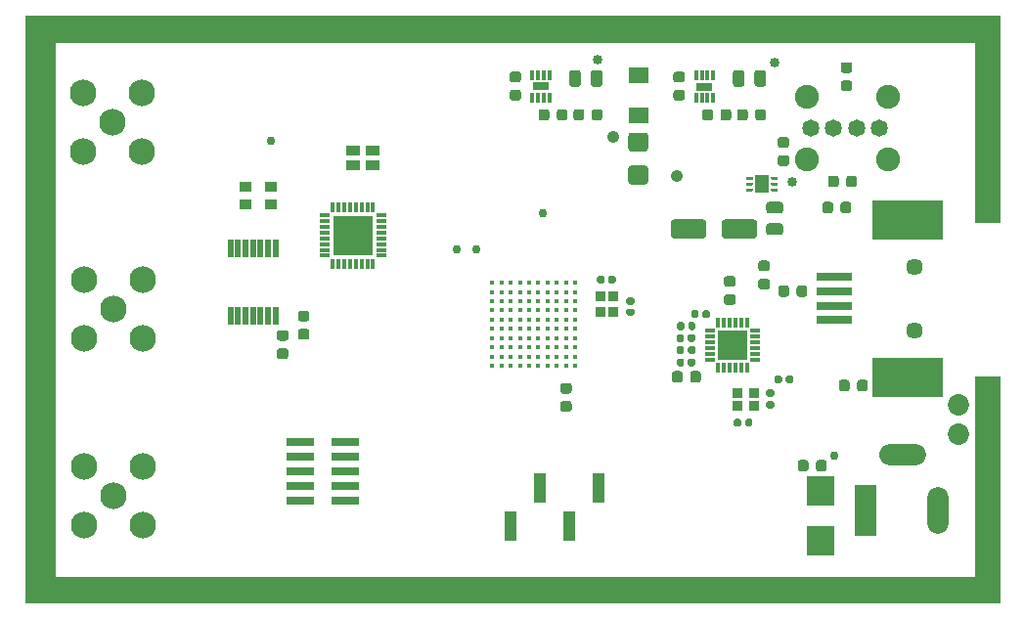
<source format=gbr>
G04 #@! TF.GenerationSoftware,KiCad,Pcbnew,(5.1.6)-1*
G04 #@! TF.CreationDate,2020-07-25T18:11:15+02:00*
G04 #@! TF.ProjectId,PrecisionTimer_RevF,50726563-6973-4696-9f6e-54696d65725f,rev?*
G04 #@! TF.SameCoordinates,Original*
G04 #@! TF.FileFunction,Soldermask,Top*
G04 #@! TF.FilePolarity,Negative*
%FSLAX46Y46*%
G04 Gerber Fmt 4.6, Leading zero omitted, Abs format (unit mm)*
G04 Created by KiCad (PCBNEW (5.1.6)-1) date 2020-07-25 18:11:15*
%MOMM*%
%LPD*%
G01*
G04 APERTURE LIST*
%ADD10C,0.100000*%
%ADD11C,0.750800*%
%ADD12C,1.050800*%
%ADD13R,2.450800X0.790800*%
%ADD14C,0.850800*%
%ADD15C,0.400800*%
%ADD16R,2.350800X2.550800*%
%ADD17R,1.750800X1.350800*%
%ADD18R,1.350800X0.750800*%
%ADD19R,0.350800X0.850800*%
%ADD20R,1.250800X1.650800*%
%ADD21R,2.650800X2.650800*%
%ADD22R,0.350800X0.900800*%
%ADD23R,0.900800X0.350800*%
%ADD24R,1.850800X4.450800*%
%ADD25O,1.850800X4.050800*%
%ADD26O,4.050800X1.850800*%
%ADD27R,0.950800X0.850800*%
%ADD28C,1.850800*%
%ADD29R,6.090800X3.450800*%
%ADD30C,1.450800*%
%ADD31R,3.050800X0.750800*%
%ADD32C,2.075800*%
%ADD33C,1.481800*%
%ADD34R,1.050800X0.950800*%
%ADD35R,1.150800X0.950800*%
%ADD36R,0.850800X0.950800*%
%ADD37R,1.050800X2.560800*%
%ADD38R,3.350800X3.350800*%
%ADD39C,2.300800*%
%ADD40R,0.500800X1.525800*%
G04 APERTURE END LIST*
D10*
G36*
X173278800Y-69875400D02*
G01*
X171119800Y-69875400D01*
X171119800Y-54254400D01*
X91440000Y-54254400D01*
X91440000Y-102819200D01*
X88900000Y-102819200D01*
X88900000Y-52019200D01*
X173278800Y-51968400D01*
X173278800Y-69875400D01*
G37*
X173278800Y-69875400D02*
X171119800Y-69875400D01*
X171119800Y-54254400D01*
X91440000Y-54254400D01*
X91440000Y-102819200D01*
X88900000Y-102819200D01*
X88900000Y-52019200D01*
X173278800Y-51968400D01*
X173278800Y-69875400D01*
G36*
X173278800Y-102819200D02*
G01*
X91173300Y-102819200D01*
X91173300Y-100596700D01*
X171119800Y-100584000D01*
X171119800Y-83210400D01*
X173278800Y-83210400D01*
X173278800Y-102819200D01*
G37*
X173278800Y-102819200D02*
X91173300Y-102819200D01*
X91173300Y-100596700D01*
X171119800Y-100584000D01*
X171119800Y-83210400D01*
X173278800Y-83210400D01*
X173278800Y-102819200D01*
D11*
X110223300Y-62839600D03*
D12*
X139801600Y-62509400D03*
G36*
G01*
X136006550Y-84714600D02*
X135468650Y-84714600D01*
G75*
G02*
X135237200Y-84483150I0J231450D01*
G01*
X135237200Y-84020250D01*
G75*
G02*
X135468650Y-83788800I231450J0D01*
G01*
X136006550Y-83788800D01*
G75*
G02*
X136238000Y-84020250I0J-231450D01*
G01*
X136238000Y-84483150D01*
G75*
G02*
X136006550Y-84714600I-231450J0D01*
G01*
G37*
G36*
G01*
X136006550Y-86289600D02*
X135468650Y-86289600D01*
G75*
G02*
X135237200Y-86058150I0J231450D01*
G01*
X135237200Y-85595250D01*
G75*
G02*
X135468650Y-85363800I231450J0D01*
G01*
X136006550Y-85363800D01*
G75*
G02*
X136238000Y-85595250I0J-231450D01*
G01*
X136238000Y-86058150D01*
G75*
G02*
X136006550Y-86289600I-231450J0D01*
G01*
G37*
D13*
X116643700Y-93980000D03*
X112743700Y-93980000D03*
X116643700Y-92710000D03*
X112743700Y-92710000D03*
X116643700Y-91440000D03*
X112743700Y-91440000D03*
X116643700Y-90170000D03*
X112743700Y-90170000D03*
X116643700Y-88900000D03*
X112743700Y-88900000D03*
D14*
X155346400Y-66344800D03*
X153822400Y-56032400D03*
X138430000Y-55778400D03*
D11*
X133731000Y-69088000D03*
X127939800Y-72212200D03*
X126263400Y-72263000D03*
X158927800Y-90068400D03*
D15*
X136543600Y-75114600D03*
X135743600Y-75114600D03*
X134943600Y-75114600D03*
X134143600Y-75114600D03*
X133343600Y-75114600D03*
X132543600Y-75114600D03*
X131743600Y-75114600D03*
X130943600Y-75114600D03*
X130143600Y-75114600D03*
X129343600Y-75114600D03*
X136543600Y-75914600D03*
X135743600Y-75914600D03*
X134943600Y-75914600D03*
X134143600Y-75914600D03*
X133343600Y-75914600D03*
X132543600Y-75914600D03*
X131743600Y-75914600D03*
X130943600Y-75914600D03*
X130143600Y-75914600D03*
X129343600Y-75914600D03*
X136543600Y-76714600D03*
X135743600Y-76714600D03*
X134943600Y-76714600D03*
X134143600Y-76714600D03*
X133343600Y-76714600D03*
X132543600Y-76714600D03*
X131743600Y-76714600D03*
X130943600Y-76714600D03*
X130143600Y-76714600D03*
X129343600Y-76714600D03*
X136543600Y-77514600D03*
X135743600Y-77514600D03*
X134943600Y-77514600D03*
X134143600Y-77514600D03*
X133343600Y-77514600D03*
X132543600Y-77514600D03*
X131743600Y-77514600D03*
X130943600Y-77514600D03*
X130143600Y-77514600D03*
X129343600Y-77514600D03*
X136543600Y-78314600D03*
X135743600Y-78314600D03*
X134943600Y-78314600D03*
X134143600Y-78314600D03*
X133343600Y-78314600D03*
X132543600Y-78314600D03*
X131743600Y-78314600D03*
X130943600Y-78314600D03*
X130143600Y-78314600D03*
X129343600Y-78314600D03*
X136543600Y-79114600D03*
X135743600Y-79114600D03*
X134943600Y-79114600D03*
X134143600Y-79114600D03*
X133343600Y-79114600D03*
X132543600Y-79114600D03*
X131743600Y-79114600D03*
X130943600Y-79114600D03*
X130143600Y-79114600D03*
X129343600Y-79114600D03*
X136543600Y-79914600D03*
X135743600Y-79914600D03*
X134943600Y-79914600D03*
X134143600Y-79914600D03*
X133343600Y-79914600D03*
X132543600Y-79914600D03*
X131743600Y-79914600D03*
X130943600Y-79914600D03*
X130143600Y-79914600D03*
X129343600Y-79914600D03*
X136543600Y-80714600D03*
X135743600Y-80714600D03*
X134943600Y-80714600D03*
X134143600Y-80714600D03*
X133343600Y-80714600D03*
X132543600Y-80714600D03*
X131743600Y-80714600D03*
X130943600Y-80714600D03*
X130143600Y-80714600D03*
X129343600Y-80714600D03*
X136543600Y-81514600D03*
X135743600Y-81514600D03*
X134943600Y-81514600D03*
X134143600Y-81514600D03*
X133343600Y-81514600D03*
X132543600Y-81514600D03*
X131743600Y-81514600D03*
X130943600Y-81514600D03*
X130143600Y-81514600D03*
X129343600Y-81514600D03*
X136543600Y-82314600D03*
X135743600Y-82314600D03*
X134943600Y-82314600D03*
X134143600Y-82314600D03*
X133343600Y-82314600D03*
X132543600Y-82314600D03*
X131743600Y-82314600D03*
X130943600Y-82314600D03*
X130143600Y-82314600D03*
X129343600Y-82314600D03*
D16*
X157746700Y-97476200D03*
X157746700Y-93176200D03*
G36*
G01*
X157372800Y-91226350D02*
X157372800Y-90688450D01*
G75*
G02*
X157604250Y-90457000I231450J0D01*
G01*
X158067150Y-90457000D01*
G75*
G02*
X158298600Y-90688450I0J-231450D01*
G01*
X158298600Y-91226350D01*
G75*
G02*
X158067150Y-91457800I-231450J0D01*
G01*
X157604250Y-91457800D01*
G75*
G02*
X157372800Y-91226350I0J231450D01*
G01*
G37*
G36*
G01*
X155797800Y-91226350D02*
X155797800Y-90688450D01*
G75*
G02*
X156029250Y-90457000I231450J0D01*
G01*
X156492150Y-90457000D01*
G75*
G02*
X156723600Y-90688450I0J-231450D01*
G01*
X156723600Y-91226350D01*
G75*
G02*
X156492150Y-91457800I-231450J0D01*
G01*
X156029250Y-91457800D01*
G75*
G02*
X155797800Y-91226350I0J231450D01*
G01*
G37*
G36*
G01*
X110932250Y-80791800D02*
X111470150Y-80791800D01*
G75*
G02*
X111701600Y-81023250I0J-231450D01*
G01*
X111701600Y-81486150D01*
G75*
G02*
X111470150Y-81717600I-231450J0D01*
G01*
X110932250Y-81717600D01*
G75*
G02*
X110700800Y-81486150I0J231450D01*
G01*
X110700800Y-81023250D01*
G75*
G02*
X110932250Y-80791800I231450J0D01*
G01*
G37*
G36*
G01*
X110932250Y-79216800D02*
X111470150Y-79216800D01*
G75*
G02*
X111701600Y-79448250I0J-231450D01*
G01*
X111701600Y-79911150D01*
G75*
G02*
X111470150Y-80142600I-231450J0D01*
G01*
X110932250Y-80142600D01*
G75*
G02*
X110700800Y-79911150I0J231450D01*
G01*
X110700800Y-79448250D01*
G75*
G02*
X110932250Y-79216800I231450J0D01*
G01*
G37*
D17*
X141986000Y-57142500D03*
X141986000Y-60642500D03*
D18*
X147739100Y-58140600D03*
D19*
X148489100Y-59140600D03*
X147989100Y-59140600D03*
X147489100Y-59140600D03*
X146989100Y-59140600D03*
X146989100Y-57140600D03*
X147489100Y-57140600D03*
X147989100Y-57140600D03*
X148489100Y-57140600D03*
D20*
X152704800Y-66573400D03*
G36*
G01*
X153479400Y-66136100D02*
X153479400Y-66010700D01*
G75*
G02*
X153542100Y-65948000I62700J0D01*
G01*
X154017500Y-65948000D01*
G75*
G02*
X154080200Y-66010700I0J-62700D01*
G01*
X154080200Y-66136100D01*
G75*
G02*
X154017500Y-66198800I-62700J0D01*
G01*
X153542100Y-66198800D01*
G75*
G02*
X153479400Y-66136100I0J62700D01*
G01*
G37*
G36*
G01*
X153479400Y-66636100D02*
X153479400Y-66510700D01*
G75*
G02*
X153542100Y-66448000I62700J0D01*
G01*
X154017500Y-66448000D01*
G75*
G02*
X154080200Y-66510700I0J-62700D01*
G01*
X154080200Y-66636100D01*
G75*
G02*
X154017500Y-66698800I-62700J0D01*
G01*
X153542100Y-66698800D01*
G75*
G02*
X153479400Y-66636100I0J62700D01*
G01*
G37*
G36*
G01*
X153479400Y-67136100D02*
X153479400Y-67010700D01*
G75*
G02*
X153542100Y-66948000I62700J0D01*
G01*
X154017500Y-66948000D01*
G75*
G02*
X154080200Y-67010700I0J-62700D01*
G01*
X154080200Y-67136100D01*
G75*
G02*
X154017500Y-67198800I-62700J0D01*
G01*
X153542100Y-67198800D01*
G75*
G02*
X153479400Y-67136100I0J62700D01*
G01*
G37*
G36*
G01*
X151329400Y-67136100D02*
X151329400Y-67010700D01*
G75*
G02*
X151392100Y-66948000I62700J0D01*
G01*
X151867500Y-66948000D01*
G75*
G02*
X151930200Y-67010700I0J-62700D01*
G01*
X151930200Y-67136100D01*
G75*
G02*
X151867500Y-67198800I-62700J0D01*
G01*
X151392100Y-67198800D01*
G75*
G02*
X151329400Y-67136100I0J62700D01*
G01*
G37*
G36*
G01*
X151329400Y-66636100D02*
X151329400Y-66510700D01*
G75*
G02*
X151392100Y-66448000I62700J0D01*
G01*
X151867500Y-66448000D01*
G75*
G02*
X151930200Y-66510700I0J-62700D01*
G01*
X151930200Y-66636100D01*
G75*
G02*
X151867500Y-66698800I-62700J0D01*
G01*
X151392100Y-66698800D01*
G75*
G02*
X151329400Y-66636100I0J62700D01*
G01*
G37*
G36*
G01*
X151329400Y-66136100D02*
X151329400Y-66010700D01*
G75*
G02*
X151392100Y-65948000I62700J0D01*
G01*
X151867500Y-65948000D01*
G75*
G02*
X151930200Y-66010700I0J-62700D01*
G01*
X151930200Y-66136100D01*
G75*
G02*
X151867500Y-66198800I-62700J0D01*
G01*
X151392100Y-66198800D01*
G75*
G02*
X151329400Y-66136100I0J62700D01*
G01*
G37*
G36*
G01*
X151198400Y-56960450D02*
X151198400Y-57898350D01*
G75*
G02*
X150941950Y-58154800I-256450J0D01*
G01*
X150429050Y-58154800D01*
G75*
G02*
X150172600Y-57898350I0J256450D01*
G01*
X150172600Y-56960450D01*
G75*
G02*
X150429050Y-56704000I256450J0D01*
G01*
X150941950Y-56704000D01*
G75*
G02*
X151198400Y-56960450I0J-256450D01*
G01*
G37*
G36*
G01*
X153073400Y-56960450D02*
X153073400Y-57898350D01*
G75*
G02*
X152816950Y-58154800I-256450J0D01*
G01*
X152304050Y-58154800D01*
G75*
G02*
X152047600Y-57898350I0J256450D01*
G01*
X152047600Y-56960450D01*
G75*
G02*
X152304050Y-56704000I256450J0D01*
G01*
X152816950Y-56704000D01*
G75*
G02*
X153073400Y-56960450I0J-256450D01*
G01*
G37*
G36*
G01*
X147864600Y-69892137D02*
X147864600Y-71027063D01*
G75*
G02*
X147606663Y-71285000I-257937J0D01*
G01*
X145071737Y-71285000D01*
G75*
G02*
X144813800Y-71027063I0J257937D01*
G01*
X144813800Y-69892137D01*
G75*
G02*
X145071737Y-69634200I257937J0D01*
G01*
X147606663Y-69634200D01*
G75*
G02*
X147864600Y-69892137I0J-257937D01*
G01*
G37*
G36*
G01*
X152264600Y-69892137D02*
X152264600Y-71027063D01*
G75*
G02*
X152006663Y-71285000I-257937J0D01*
G01*
X149471737Y-71285000D01*
G75*
G02*
X149213800Y-71027063I0J257937D01*
G01*
X149213800Y-69892137D01*
G75*
G02*
X149471737Y-69634200I257937J0D01*
G01*
X152006663Y-69634200D01*
G75*
G02*
X152264600Y-69892137I0J-257937D01*
G01*
G37*
G36*
G01*
X149105200Y-60847950D02*
X149105200Y-60310050D01*
G75*
G02*
X149336650Y-60078600I231450J0D01*
G01*
X149799550Y-60078600D01*
G75*
G02*
X150031000Y-60310050I0J-231450D01*
G01*
X150031000Y-60847950D01*
G75*
G02*
X149799550Y-61079400I-231450J0D01*
G01*
X149336650Y-61079400D01*
G75*
G02*
X149105200Y-60847950I0J231450D01*
G01*
G37*
G36*
G01*
X147530200Y-60847950D02*
X147530200Y-60310050D01*
G75*
G02*
X147761650Y-60078600I231450J0D01*
G01*
X148224550Y-60078600D01*
G75*
G02*
X148456000Y-60310050I0J-231450D01*
G01*
X148456000Y-60847950D01*
G75*
G02*
X148224550Y-61079400I-231450J0D01*
G01*
X147761650Y-61079400D01*
G75*
G02*
X147530200Y-60847950I0J231450D01*
G01*
G37*
G36*
G01*
X146476200Y-83530150D02*
X146476200Y-82992250D01*
G75*
G02*
X146707650Y-82760800I231450J0D01*
G01*
X147170550Y-82760800D01*
G75*
G02*
X147402000Y-82992250I0J-231450D01*
G01*
X147402000Y-83530150D01*
G75*
G02*
X147170550Y-83761600I-231450J0D01*
G01*
X146707650Y-83761600D01*
G75*
G02*
X146476200Y-83530150I0J231450D01*
G01*
G37*
G36*
G01*
X144901200Y-83530150D02*
X144901200Y-82992250D01*
G75*
G02*
X145132650Y-82760800I231450J0D01*
G01*
X145595550Y-82760800D01*
G75*
G02*
X145827000Y-82992250I0J-231450D01*
G01*
X145827000Y-83530150D01*
G75*
G02*
X145595550Y-83761600I-231450J0D01*
G01*
X145132650Y-83761600D01*
G75*
G02*
X144901200Y-83530150I0J231450D01*
G01*
G37*
G36*
G01*
X142578463Y-63764000D02*
X141393537Y-63764000D01*
G75*
G02*
X141135600Y-63506063I0J257937D01*
G01*
X141135600Y-62371137D01*
G75*
G02*
X141393537Y-62113200I257937J0D01*
G01*
X142578463Y-62113200D01*
G75*
G02*
X142836400Y-62371137I0J-257937D01*
G01*
X142836400Y-63506063D01*
G75*
G02*
X142578463Y-63764000I-257937J0D01*
G01*
G37*
G36*
G01*
X142578463Y-66614000D02*
X141393537Y-66614000D01*
G75*
G02*
X141135600Y-66356063I0J257937D01*
G01*
X141135600Y-65221137D01*
G75*
G02*
X141393537Y-64963200I257937J0D01*
G01*
X142578463Y-64963200D01*
G75*
G02*
X142836400Y-65221137I0J-257937D01*
G01*
X142836400Y-66356063D01*
G75*
G02*
X142578463Y-66614000I-257937J0D01*
G01*
G37*
D21*
X150139400Y-80518000D03*
D22*
X151389400Y-82468000D03*
X150889400Y-82468000D03*
X150389400Y-82468000D03*
X149889400Y-82468000D03*
X149389400Y-82468000D03*
X148889400Y-82468000D03*
D23*
X148189400Y-81768000D03*
X148189400Y-81268000D03*
X148189400Y-80768000D03*
X148189400Y-80268000D03*
X148189400Y-79768000D03*
X148189400Y-79268000D03*
D22*
X148889400Y-78568000D03*
X149389400Y-78568000D03*
X149889400Y-78568000D03*
X150389400Y-78568000D03*
X150889400Y-78568000D03*
X151389400Y-78568000D03*
D23*
X152089400Y-79268000D03*
X152089400Y-79768000D03*
X152089400Y-80268000D03*
X152089400Y-80768000D03*
X152089400Y-81268000D03*
X152089400Y-81768000D03*
D12*
X145338800Y-65862200D03*
D24*
X161696400Y-94818200D03*
D25*
X167894000Y-94818200D03*
D26*
X164896800Y-90018200D03*
D27*
X150607800Y-84692400D03*
X152007800Y-84692400D03*
X152007800Y-85792400D03*
X150607800Y-85792400D03*
D28*
X169672000Y-85725000D03*
X169672000Y-88265000D03*
D29*
X165316800Y-83279400D03*
X165316800Y-69679400D03*
D30*
X165916800Y-79229400D03*
X165916800Y-73729400D03*
D31*
X158916800Y-75854400D03*
X158916800Y-78354400D03*
X158916800Y-77104400D03*
X158916800Y-74604400D03*
D32*
X163620200Y-59027400D03*
X156620200Y-59027400D03*
X163620200Y-64467400D03*
X156620200Y-64467400D03*
D33*
X156890200Y-61747400D03*
X158890200Y-61747400D03*
X160890200Y-61747400D03*
X162890200Y-61747400D03*
D34*
X110180700Y-68364400D03*
X108030700Y-68364400D03*
X108030700Y-66814400D03*
X110180700Y-66814400D03*
G36*
G01*
X146290800Y-81135000D02*
X146290800Y-80764600D01*
G75*
G02*
X146451000Y-80604400I160200J0D01*
G01*
X146771400Y-80604400D01*
G75*
G02*
X146931600Y-80764600I0J-160200D01*
G01*
X146931600Y-81135000D01*
G75*
G02*
X146771400Y-81295200I-160200J0D01*
G01*
X146451000Y-81295200D01*
G75*
G02*
X146290800Y-81135000I0J160200D01*
G01*
G37*
G36*
G01*
X145320800Y-81135000D02*
X145320800Y-80764600D01*
G75*
G02*
X145481000Y-80604400I160200J0D01*
G01*
X145801400Y-80604400D01*
G75*
G02*
X145961600Y-80764600I0J-160200D01*
G01*
X145961600Y-81135000D01*
G75*
G02*
X145801400Y-81295200I-160200J0D01*
G01*
X145481000Y-81295200D01*
G75*
G02*
X145320800Y-81135000I0J160200D01*
G01*
G37*
G36*
G01*
X145961600Y-79723200D02*
X145961600Y-80093600D01*
G75*
G02*
X145801400Y-80253800I-160200J0D01*
G01*
X145481000Y-80253800D01*
G75*
G02*
X145320800Y-80093600I0J160200D01*
G01*
X145320800Y-79723200D01*
G75*
G02*
X145481000Y-79563000I160200J0D01*
G01*
X145801400Y-79563000D01*
G75*
G02*
X145961600Y-79723200I0J-160200D01*
G01*
G37*
G36*
G01*
X146931600Y-79723200D02*
X146931600Y-80093600D01*
G75*
G02*
X146771400Y-80253800I-160200J0D01*
G01*
X146451000Y-80253800D01*
G75*
G02*
X146290800Y-80093600I0J160200D01*
G01*
X146290800Y-79723200D01*
G75*
G02*
X146451000Y-79563000I160200J0D01*
G01*
X146771400Y-79563000D01*
G75*
G02*
X146931600Y-79723200I0J-160200D01*
G01*
G37*
D35*
X119009900Y-63673200D03*
X117309900Y-63673200D03*
X117309900Y-64973200D03*
X119009900Y-64973200D03*
G36*
G01*
X145984600Y-78681800D02*
X145984600Y-79052200D01*
G75*
G02*
X145824400Y-79212400I-160200J0D01*
G01*
X145504000Y-79212400D01*
G75*
G02*
X145343800Y-79052200I0J160200D01*
G01*
X145343800Y-78681800D01*
G75*
G02*
X145504000Y-78521600I160200J0D01*
G01*
X145824400Y-78521600D01*
G75*
G02*
X145984600Y-78681800I0J-160200D01*
G01*
G37*
G36*
G01*
X146954600Y-78681800D02*
X146954600Y-79052200D01*
G75*
G02*
X146794400Y-79212400I-160200J0D01*
G01*
X146474000Y-79212400D01*
G75*
G02*
X146313800Y-79052200I0J160200D01*
G01*
X146313800Y-78681800D01*
G75*
G02*
X146474000Y-78521600I160200J0D01*
G01*
X146794400Y-78521600D01*
G75*
G02*
X146954600Y-78681800I0J-160200D01*
G01*
G37*
G36*
G01*
X147206200Y-77640400D02*
X147206200Y-78010800D01*
G75*
G02*
X147046000Y-78171000I-160200J0D01*
G01*
X146725600Y-78171000D01*
G75*
G02*
X146565400Y-78010800I0J160200D01*
G01*
X146565400Y-77640400D01*
G75*
G02*
X146725600Y-77480200I160200J0D01*
G01*
X147046000Y-77480200D01*
G75*
G02*
X147206200Y-77640400I0J-160200D01*
G01*
G37*
G36*
G01*
X148176200Y-77640400D02*
X148176200Y-78010800D01*
G75*
G02*
X148016000Y-78171000I-160200J0D01*
G01*
X147695600Y-78171000D01*
G75*
G02*
X147535400Y-78010800I0J160200D01*
G01*
X147535400Y-77640400D01*
G75*
G02*
X147695600Y-77480200I160200J0D01*
G01*
X148016000Y-77480200D01*
G75*
G02*
X148176200Y-77640400I0J-160200D01*
G01*
G37*
G36*
G01*
X146290800Y-82201800D02*
X146290800Y-81831400D01*
G75*
G02*
X146451000Y-81671200I160200J0D01*
G01*
X146771400Y-81671200D01*
G75*
G02*
X146931600Y-81831400I0J-160200D01*
G01*
X146931600Y-82201800D01*
G75*
G02*
X146771400Y-82362000I-160200J0D01*
G01*
X146451000Y-82362000D01*
G75*
G02*
X146290800Y-82201800I0J160200D01*
G01*
G37*
G36*
G01*
X145320800Y-82201800D02*
X145320800Y-81831400D01*
G75*
G02*
X145481000Y-81671200I160200J0D01*
G01*
X145801400Y-81671200D01*
G75*
G02*
X145961600Y-81831400I0J-160200D01*
G01*
X145961600Y-82201800D01*
G75*
G02*
X145801400Y-82362000I-160200J0D01*
G01*
X145481000Y-82362000D01*
G75*
G02*
X145320800Y-82201800I0J160200D01*
G01*
G37*
G36*
G01*
X154434900Y-83291900D02*
X154434900Y-83662300D01*
G75*
G02*
X154274700Y-83822500I-160200J0D01*
G01*
X153954300Y-83822500D01*
G75*
G02*
X153794100Y-83662300I0J160200D01*
G01*
X153794100Y-83291900D01*
G75*
G02*
X153954300Y-83131700I160200J0D01*
G01*
X154274700Y-83131700D01*
G75*
G02*
X154434900Y-83291900I0J-160200D01*
G01*
G37*
G36*
G01*
X155404900Y-83291900D02*
X155404900Y-83662300D01*
G75*
G02*
X155244700Y-83822500I-160200J0D01*
G01*
X154924300Y-83822500D01*
G75*
G02*
X154764100Y-83662300I0J160200D01*
G01*
X154764100Y-83291900D01*
G75*
G02*
X154924300Y-83131700I160200J0D01*
G01*
X155244700Y-83131700D01*
G75*
G02*
X155404900Y-83291900I0J-160200D01*
G01*
G37*
G36*
G01*
X153601200Y-85014300D02*
X153230800Y-85014300D01*
G75*
G02*
X153070600Y-84854100I0J160200D01*
G01*
X153070600Y-84533700D01*
G75*
G02*
X153230800Y-84373500I160200J0D01*
G01*
X153601200Y-84373500D01*
G75*
G02*
X153761400Y-84533700I0J-160200D01*
G01*
X153761400Y-84854100D01*
G75*
G02*
X153601200Y-85014300I-160200J0D01*
G01*
G37*
G36*
G01*
X153601200Y-85984300D02*
X153230800Y-85984300D01*
G75*
G02*
X153070600Y-85824100I0J160200D01*
G01*
X153070600Y-85503700D01*
G75*
G02*
X153230800Y-85343500I160200J0D01*
G01*
X153601200Y-85343500D01*
G75*
G02*
X153761400Y-85503700I0J-160200D01*
G01*
X153761400Y-85824100D01*
G75*
G02*
X153601200Y-85984300I-160200J0D01*
G01*
G37*
G36*
G01*
X150914600Y-87051100D02*
X150914600Y-87421500D01*
G75*
G02*
X150754400Y-87581700I-160200J0D01*
G01*
X150434000Y-87581700D01*
G75*
G02*
X150273800Y-87421500I0J160200D01*
G01*
X150273800Y-87051100D01*
G75*
G02*
X150434000Y-86890900I160200J0D01*
G01*
X150754400Y-86890900D01*
G75*
G02*
X150914600Y-87051100I0J-160200D01*
G01*
G37*
G36*
G01*
X151884600Y-87051100D02*
X151884600Y-87421500D01*
G75*
G02*
X151724400Y-87581700I-160200J0D01*
G01*
X151404000Y-87581700D01*
G75*
G02*
X151243800Y-87421500I0J160200D01*
G01*
X151243800Y-87051100D01*
G75*
G02*
X151404000Y-86890900I160200J0D01*
G01*
X151724400Y-86890900D01*
G75*
G02*
X151884600Y-87051100I0J-160200D01*
G01*
G37*
G36*
G01*
X149641850Y-76118200D02*
X150179750Y-76118200D01*
G75*
G02*
X150411200Y-76349650I0J-231450D01*
G01*
X150411200Y-76812550D01*
G75*
G02*
X150179750Y-77044000I-231450J0D01*
G01*
X149641850Y-77044000D01*
G75*
G02*
X149410400Y-76812550I0J231450D01*
G01*
X149410400Y-76349650D01*
G75*
G02*
X149641850Y-76118200I231450J0D01*
G01*
G37*
G36*
G01*
X149641850Y-74543200D02*
X150179750Y-74543200D01*
G75*
G02*
X150411200Y-74774650I0J-231450D01*
G01*
X150411200Y-75237550D01*
G75*
G02*
X150179750Y-75469000I-231450J0D01*
G01*
X149641850Y-75469000D01*
G75*
G02*
X149410400Y-75237550I0J231450D01*
G01*
X149410400Y-74774650D01*
G75*
G02*
X149641850Y-74543200I231450J0D01*
G01*
G37*
G36*
G01*
X145260350Y-58414400D02*
X145798250Y-58414400D01*
G75*
G02*
X146029700Y-58645850I0J-231450D01*
G01*
X146029700Y-59108750D01*
G75*
G02*
X145798250Y-59340200I-231450J0D01*
G01*
X145260350Y-59340200D01*
G75*
G02*
X145028900Y-59108750I0J231450D01*
G01*
X145028900Y-58645850D01*
G75*
G02*
X145260350Y-58414400I231450J0D01*
G01*
G37*
G36*
G01*
X145260350Y-56839400D02*
X145798250Y-56839400D01*
G75*
G02*
X146029700Y-57070850I0J-231450D01*
G01*
X146029700Y-57533750D01*
G75*
G02*
X145798250Y-57765200I-231450J0D01*
G01*
X145260350Y-57765200D01*
G75*
G02*
X145028900Y-57533750I0J231450D01*
G01*
X145028900Y-57070850D01*
G75*
G02*
X145260350Y-56839400I231450J0D01*
G01*
G37*
D36*
X138743600Y-77662000D03*
X138743600Y-76262000D03*
X139843600Y-76262000D03*
X139843600Y-77662000D03*
G36*
G01*
X139065500Y-74655900D02*
X139065500Y-75026300D01*
G75*
G02*
X138905300Y-75186500I-160200J0D01*
G01*
X138584900Y-75186500D01*
G75*
G02*
X138424700Y-75026300I0J160200D01*
G01*
X138424700Y-74655900D01*
G75*
G02*
X138584900Y-74495700I160200J0D01*
G01*
X138905300Y-74495700D01*
G75*
G02*
X139065500Y-74655900I0J-160200D01*
G01*
G37*
G36*
G01*
X140035500Y-74655900D02*
X140035500Y-75026300D01*
G75*
G02*
X139875300Y-75186500I-160200J0D01*
G01*
X139554900Y-75186500D01*
G75*
G02*
X139394700Y-75026300I0J160200D01*
G01*
X139394700Y-74655900D01*
G75*
G02*
X139554900Y-74495700I160200J0D01*
G01*
X139875300Y-74495700D01*
G75*
G02*
X140035500Y-74655900I0J-160200D01*
G01*
G37*
G36*
G01*
X141115000Y-77355200D02*
X141485400Y-77355200D01*
G75*
G02*
X141645600Y-77515400I0J-160200D01*
G01*
X141645600Y-77835800D01*
G75*
G02*
X141485400Y-77996000I-160200J0D01*
G01*
X141115000Y-77996000D01*
G75*
G02*
X140954800Y-77835800I0J160200D01*
G01*
X140954800Y-77515400D01*
G75*
G02*
X141115000Y-77355200I160200J0D01*
G01*
G37*
G36*
G01*
X141115000Y-76385200D02*
X141485400Y-76385200D01*
G75*
G02*
X141645600Y-76545400I0J-160200D01*
G01*
X141645600Y-76865800D01*
G75*
G02*
X141485400Y-77026000I-160200J0D01*
G01*
X141115000Y-77026000D01*
G75*
G02*
X140954800Y-76865800I0J160200D01*
G01*
X140954800Y-76545400D01*
G75*
G02*
X141115000Y-76385200I160200J0D01*
G01*
G37*
D37*
X138531600Y-92883800D03*
X133451600Y-92883800D03*
X135991600Y-96193800D03*
X130911600Y-96193800D03*
G36*
G01*
X159339800Y-66075850D02*
X159339800Y-66613750D01*
G75*
G02*
X159108350Y-66845200I-231450J0D01*
G01*
X158645450Y-66845200D01*
G75*
G02*
X158414000Y-66613750I0J231450D01*
G01*
X158414000Y-66075850D01*
G75*
G02*
X158645450Y-65844400I231450J0D01*
G01*
X159108350Y-65844400D01*
G75*
G02*
X159339800Y-66075850I0J-231450D01*
G01*
G37*
G36*
G01*
X160914800Y-66075850D02*
X160914800Y-66613750D01*
G75*
G02*
X160683350Y-66845200I-231450J0D01*
G01*
X160220450Y-66845200D01*
G75*
G02*
X159989000Y-66613750I0J231450D01*
G01*
X159989000Y-66075850D01*
G75*
G02*
X160220450Y-65844400I231450J0D01*
G01*
X160683350Y-65844400D01*
G75*
G02*
X160914800Y-66075850I0J-231450D01*
G01*
G37*
G36*
G01*
X154290050Y-64078600D02*
X154827950Y-64078600D01*
G75*
G02*
X155059400Y-64310050I0J-231450D01*
G01*
X155059400Y-64772950D01*
G75*
G02*
X154827950Y-65004400I-231450J0D01*
G01*
X154290050Y-65004400D01*
G75*
G02*
X154058600Y-64772950I0J231450D01*
G01*
X154058600Y-64310050D01*
G75*
G02*
X154290050Y-64078600I231450J0D01*
G01*
G37*
G36*
G01*
X154290050Y-62503600D02*
X154827950Y-62503600D01*
G75*
G02*
X155059400Y-62735050I0J-231450D01*
G01*
X155059400Y-63197950D01*
G75*
G02*
X154827950Y-63429400I-231450J0D01*
G01*
X154290050Y-63429400D01*
G75*
G02*
X154058600Y-63197950I0J231450D01*
G01*
X154058600Y-62735050D01*
G75*
G02*
X154290050Y-62503600I231450J0D01*
G01*
G37*
G36*
G01*
X160288950Y-56952300D02*
X159751050Y-56952300D01*
G75*
G02*
X159519600Y-56720850I0J231450D01*
G01*
X159519600Y-56257950D01*
G75*
G02*
X159751050Y-56026500I231450J0D01*
G01*
X160288950Y-56026500D01*
G75*
G02*
X160520400Y-56257950I0J-231450D01*
G01*
X160520400Y-56720850D01*
G75*
G02*
X160288950Y-56952300I-231450J0D01*
G01*
G37*
G36*
G01*
X160288950Y-58527300D02*
X159751050Y-58527300D01*
G75*
G02*
X159519600Y-58295850I0J231450D01*
G01*
X159519600Y-57832950D01*
G75*
G02*
X159751050Y-57601500I231450J0D01*
G01*
X160288950Y-57601500D01*
G75*
G02*
X160520400Y-57832950I0J-231450D01*
G01*
X160520400Y-58295850D01*
G75*
G02*
X160288950Y-58527300I-231450J0D01*
G01*
G37*
G36*
G01*
X159506300Y-68874350D02*
X159506300Y-68336450D01*
G75*
G02*
X159737750Y-68105000I231450J0D01*
G01*
X160200650Y-68105000D01*
G75*
G02*
X160432100Y-68336450I0J-231450D01*
G01*
X160432100Y-68874350D01*
G75*
G02*
X160200650Y-69105800I-231450J0D01*
G01*
X159737750Y-69105800D01*
G75*
G02*
X159506300Y-68874350I0J231450D01*
G01*
G37*
G36*
G01*
X157931300Y-68874350D02*
X157931300Y-68336450D01*
G75*
G02*
X158162750Y-68105000I231450J0D01*
G01*
X158625650Y-68105000D01*
G75*
G02*
X158857100Y-68336450I0J-231450D01*
G01*
X158857100Y-68874350D01*
G75*
G02*
X158625650Y-69105800I-231450J0D01*
G01*
X158162750Y-69105800D01*
G75*
G02*
X157931300Y-68874350I0J231450D01*
G01*
G37*
G36*
G01*
X155047200Y-75575450D02*
X155047200Y-76113350D01*
G75*
G02*
X154815750Y-76344800I-231450J0D01*
G01*
X154352850Y-76344800D01*
G75*
G02*
X154121400Y-76113350I0J231450D01*
G01*
X154121400Y-75575450D01*
G75*
G02*
X154352850Y-75344000I231450J0D01*
G01*
X154815750Y-75344000D01*
G75*
G02*
X155047200Y-75575450I0J-231450D01*
G01*
G37*
G36*
G01*
X156622200Y-75575450D02*
X156622200Y-76113350D01*
G75*
G02*
X156390750Y-76344800I-231450J0D01*
G01*
X155927850Y-76344800D01*
G75*
G02*
X155696400Y-76113350I0J231450D01*
G01*
X155696400Y-75575450D01*
G75*
G02*
X155927850Y-75344000I231450J0D01*
G01*
X156390750Y-75344000D01*
G75*
G02*
X156622200Y-75575450I0J-231450D01*
G01*
G37*
G36*
G01*
X160279500Y-83754250D02*
X160279500Y-84292150D01*
G75*
G02*
X160048050Y-84523600I-231450J0D01*
G01*
X159585150Y-84523600D01*
G75*
G02*
X159353700Y-84292150I0J231450D01*
G01*
X159353700Y-83754250D01*
G75*
G02*
X159585150Y-83522800I231450J0D01*
G01*
X160048050Y-83522800D01*
G75*
G02*
X160279500Y-83754250I0J-231450D01*
G01*
G37*
G36*
G01*
X161854500Y-83754250D02*
X161854500Y-84292150D01*
G75*
G02*
X161623050Y-84523600I-231450J0D01*
G01*
X161160150Y-84523600D01*
G75*
G02*
X160928700Y-84292150I0J231450D01*
G01*
X160928700Y-83754250D01*
G75*
G02*
X161160150Y-83522800I231450J0D01*
G01*
X161623050Y-83522800D01*
G75*
G02*
X161854500Y-83754250I0J-231450D01*
G01*
G37*
D22*
X119034500Y-68568400D03*
X118534500Y-68568400D03*
X118034500Y-68568400D03*
X117534500Y-68568400D03*
X117034500Y-68568400D03*
X116534500Y-68568400D03*
X116034500Y-68568400D03*
X115534500Y-68568400D03*
D23*
X114834500Y-69268400D03*
X114834500Y-69768400D03*
X114834500Y-70268400D03*
X114834500Y-70768400D03*
X114834500Y-71268400D03*
X114834500Y-71768400D03*
X114834500Y-72268400D03*
X114834500Y-72768400D03*
D22*
X115534500Y-73468400D03*
X116034500Y-73468400D03*
X116534500Y-73468400D03*
X117034500Y-73468400D03*
X117534500Y-73468400D03*
X118034500Y-73468400D03*
X118534500Y-73468400D03*
X119034500Y-73468400D03*
D23*
X119734500Y-72768400D03*
X119734500Y-72268400D03*
X119734500Y-71768400D03*
X119734500Y-71268400D03*
X119734500Y-70768400D03*
X119734500Y-70268400D03*
X119734500Y-69768400D03*
X119734500Y-69268400D03*
D38*
X117284500Y-71018400D03*
D39*
X96507300Y-61239400D03*
X99047300Y-58699400D03*
X93967300Y-58699400D03*
X93967300Y-63779400D03*
X99047300Y-63779400D03*
X96532700Y-77419200D03*
X99072700Y-74879200D03*
X93992700Y-74879200D03*
X93992700Y-79959200D03*
X99072700Y-79959200D03*
X96532700Y-93599000D03*
X99072700Y-91059000D03*
X93992700Y-91059000D03*
X93992700Y-96139000D03*
X99072700Y-96139000D03*
D40*
X110598500Y-72144400D03*
X109948500Y-72144400D03*
X109298500Y-72144400D03*
X108648500Y-72144400D03*
X107998500Y-72144400D03*
X107348500Y-72144400D03*
X106698500Y-72144400D03*
X106698500Y-78020400D03*
X107348500Y-78020400D03*
X107998500Y-78020400D03*
X108648500Y-78020400D03*
X109298500Y-78020400D03*
X109948500Y-78020400D03*
X110598500Y-78020400D03*
G36*
G01*
X154265950Y-69120600D02*
X153328050Y-69120600D01*
G75*
G02*
X153071600Y-68864150I0J256450D01*
G01*
X153071600Y-68351250D01*
G75*
G02*
X153328050Y-68094800I256450J0D01*
G01*
X154265950Y-68094800D01*
G75*
G02*
X154522400Y-68351250I0J-256450D01*
G01*
X154522400Y-68864150D01*
G75*
G02*
X154265950Y-69120600I-256450J0D01*
G01*
G37*
G36*
G01*
X154265950Y-70995600D02*
X153328050Y-70995600D01*
G75*
G02*
X153071600Y-70739150I0J256450D01*
G01*
X153071600Y-70226250D01*
G75*
G02*
X153328050Y-69969800I256450J0D01*
G01*
X154265950Y-69969800D01*
G75*
G02*
X154522400Y-70226250I0J-256450D01*
G01*
X154522400Y-70739150D01*
G75*
G02*
X154265950Y-70995600I-256450J0D01*
G01*
G37*
G36*
G01*
X137025200Y-56960450D02*
X137025200Y-57898350D01*
G75*
G02*
X136768750Y-58154800I-256450J0D01*
G01*
X136255850Y-58154800D01*
G75*
G02*
X135999400Y-57898350I0J256450D01*
G01*
X135999400Y-56960450D01*
G75*
G02*
X136255850Y-56704000I256450J0D01*
G01*
X136768750Y-56704000D01*
G75*
G02*
X137025200Y-56960450I0J-256450D01*
G01*
G37*
G36*
G01*
X138900200Y-56960450D02*
X138900200Y-57898350D01*
G75*
G02*
X138643750Y-58154800I-256450J0D01*
G01*
X138130850Y-58154800D01*
G75*
G02*
X137874400Y-57898350I0J256450D01*
G01*
X137874400Y-56960450D01*
G75*
G02*
X138130850Y-56704000I256450J0D01*
G01*
X138643750Y-56704000D01*
G75*
G02*
X138900200Y-56960450I0J-256450D01*
G01*
G37*
D18*
X133565900Y-58115200D03*
D19*
X134315900Y-59115200D03*
X133815900Y-59115200D03*
X133315900Y-59115200D03*
X132815900Y-59115200D03*
X132815900Y-57115200D03*
X133315900Y-57115200D03*
X133815900Y-57115200D03*
X134315900Y-57115200D03*
G36*
G01*
X134932000Y-60847950D02*
X134932000Y-60310050D01*
G75*
G02*
X135163450Y-60078600I231450J0D01*
G01*
X135626350Y-60078600D01*
G75*
G02*
X135857800Y-60310050I0J-231450D01*
G01*
X135857800Y-60847950D01*
G75*
G02*
X135626350Y-61079400I-231450J0D01*
G01*
X135163450Y-61079400D01*
G75*
G02*
X134932000Y-60847950I0J231450D01*
G01*
G37*
G36*
G01*
X133357000Y-60847950D02*
X133357000Y-60310050D01*
G75*
G02*
X133588450Y-60078600I231450J0D01*
G01*
X134051350Y-60078600D01*
G75*
G02*
X134282800Y-60310050I0J-231450D01*
G01*
X134282800Y-60847950D01*
G75*
G02*
X134051350Y-61079400I-231450J0D01*
G01*
X133588450Y-61079400D01*
G75*
G02*
X133357000Y-60847950I0J231450D01*
G01*
G37*
G36*
G01*
X153151550Y-74122800D02*
X152613650Y-74122800D01*
G75*
G02*
X152382200Y-73891350I0J231450D01*
G01*
X152382200Y-73428450D01*
G75*
G02*
X152613650Y-73197000I231450J0D01*
G01*
X153151550Y-73197000D01*
G75*
G02*
X153383000Y-73428450I0J-231450D01*
G01*
X153383000Y-73891350D01*
G75*
G02*
X153151550Y-74122800I-231450J0D01*
G01*
G37*
G36*
G01*
X153151550Y-75697800D02*
X152613650Y-75697800D01*
G75*
G02*
X152382200Y-75466350I0J231450D01*
G01*
X152382200Y-75003450D01*
G75*
G02*
X152613650Y-74772000I231450J0D01*
G01*
X153151550Y-74772000D01*
G75*
G02*
X153383000Y-75003450I0J-231450D01*
G01*
X153383000Y-75466350D01*
G75*
G02*
X153151550Y-75697800I-231450J0D01*
G01*
G37*
G36*
G01*
X131087150Y-58414400D02*
X131625050Y-58414400D01*
G75*
G02*
X131856500Y-58645850I0J-231450D01*
G01*
X131856500Y-59108750D01*
G75*
G02*
X131625050Y-59340200I-231450J0D01*
G01*
X131087150Y-59340200D01*
G75*
G02*
X130855700Y-59108750I0J231450D01*
G01*
X130855700Y-58645850D01*
G75*
G02*
X131087150Y-58414400I231450J0D01*
G01*
G37*
G36*
G01*
X131087150Y-56839400D02*
X131625050Y-56839400D01*
G75*
G02*
X131856500Y-57070850I0J-231450D01*
G01*
X131856500Y-57533750D01*
G75*
G02*
X131625050Y-57765200I-231450J0D01*
G01*
X131087150Y-57765200D01*
G75*
G02*
X130855700Y-57533750I0J231450D01*
G01*
X130855700Y-57070850D01*
G75*
G02*
X131087150Y-56839400I231450J0D01*
G01*
G37*
G36*
G01*
X113298950Y-78466200D02*
X112761050Y-78466200D01*
G75*
G02*
X112529600Y-78234750I0J231450D01*
G01*
X112529600Y-77771850D01*
G75*
G02*
X112761050Y-77540400I231450J0D01*
G01*
X113298950Y-77540400D01*
G75*
G02*
X113530400Y-77771850I0J-231450D01*
G01*
X113530400Y-78234750D01*
G75*
G02*
X113298950Y-78466200I-231450J0D01*
G01*
G37*
G36*
G01*
X113298950Y-80041200D02*
X112761050Y-80041200D01*
G75*
G02*
X112529600Y-79809750I0J231450D01*
G01*
X112529600Y-79346850D01*
G75*
G02*
X112761050Y-79115400I231450J0D01*
G01*
X113298950Y-79115400D01*
G75*
G02*
X113530400Y-79346850I0J-231450D01*
G01*
X113530400Y-79809750D01*
G75*
G02*
X113298950Y-80041200I-231450J0D01*
G01*
G37*
G36*
G01*
X151465800Y-60310050D02*
X151465800Y-60847950D01*
G75*
G02*
X151234350Y-61079400I-231450J0D01*
G01*
X150771450Y-61079400D01*
G75*
G02*
X150540000Y-60847950I0J231450D01*
G01*
X150540000Y-60310050D01*
G75*
G02*
X150771450Y-60078600I231450J0D01*
G01*
X151234350Y-60078600D01*
G75*
G02*
X151465800Y-60310050I0J-231450D01*
G01*
G37*
G36*
G01*
X153040800Y-60310050D02*
X153040800Y-60847950D01*
G75*
G02*
X152809350Y-61079400I-231450J0D01*
G01*
X152346450Y-61079400D01*
G75*
G02*
X152115000Y-60847950I0J231450D01*
G01*
X152115000Y-60310050D01*
G75*
G02*
X152346450Y-60078600I231450J0D01*
G01*
X152809350Y-60078600D01*
G75*
G02*
X153040800Y-60310050I0J-231450D01*
G01*
G37*
G36*
G01*
X137305200Y-60310050D02*
X137305200Y-60847950D01*
G75*
G02*
X137073750Y-61079400I-231450J0D01*
G01*
X136610850Y-61079400D01*
G75*
G02*
X136379400Y-60847950I0J231450D01*
G01*
X136379400Y-60310050D01*
G75*
G02*
X136610850Y-60078600I231450J0D01*
G01*
X137073750Y-60078600D01*
G75*
G02*
X137305200Y-60310050I0J-231450D01*
G01*
G37*
G36*
G01*
X138880200Y-60310050D02*
X138880200Y-60847950D01*
G75*
G02*
X138648750Y-61079400I-231450J0D01*
G01*
X138185850Y-61079400D01*
G75*
G02*
X137954400Y-60847950I0J231450D01*
G01*
X137954400Y-60310050D01*
G75*
G02*
X138185850Y-60078600I231450J0D01*
G01*
X138648750Y-60078600D01*
G75*
G02*
X138880200Y-60310050I0J-231450D01*
G01*
G37*
M02*

</source>
